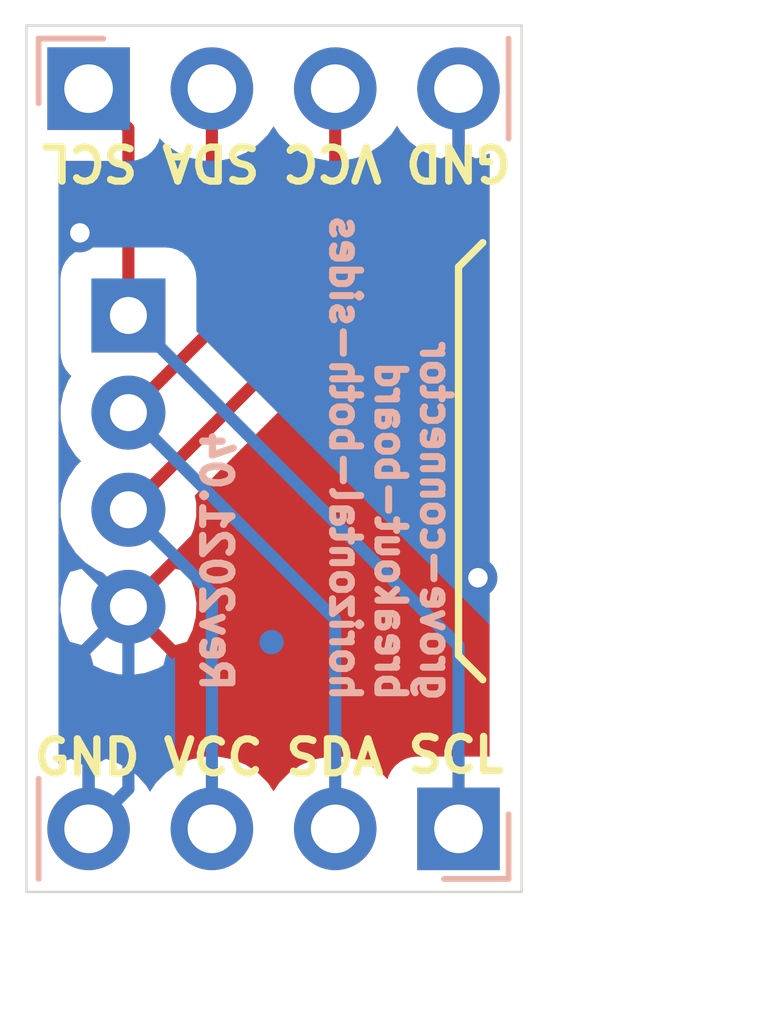
<source format=kicad_pcb>
(kicad_pcb (version 20221018) (generator pcbnew)
  (layers (0 "F.Cu" signal) (31 "B.Cu" signal) (34 "B.Paste" user) (35 "F.Paste" user) (36 "B.SilkS" user "B.Silkscreen") (37 "F.SilkS" user "F.Silkscreen") (38 "B.Mask" user) (39 "F.Mask" user) (44 "Edge.Cuts" user))
  (net 0 "")
  (net 1 "Net-(J1-Pad3)")
  (net 2 "Net-(J1-Pad2)")
  (net 3 "Net-(J1-Pad1)")
  (net 4 "GND")
  (footprint "my-kicad-footprints:NS-Tech_Grove_1x04_P2mm_Horizontal_silk_inside" (layer "F.Cu") (at 117.8 71.6)
    (fp_text reference "J1" hide)
    (fp_text value "Grove-I2C-connector" hide)
    (fp_line (start 6.8 -4) (end 6.8 4) (stroke (width 0.15)) (layer "F.SilkS"))
    (fp_line (start 6.8 4) (end 7.3 4.5) (stroke (width 0.15)) (layer "F.SilkS"))
    (fp_line (start 7.3 -4.5) (end 6.8 -4) (stroke (width 0.15)) (layer "F.SilkS"))
    (pad "1" thru_hole rect (at 0 -3) (size 1.524 1.524) (drill 0.762) (layers "*.Cu" "*.Mask") (net 3 "Net-(J1-Pad1)"))
    (pad "2" thru_hole circle (at 0 -1) (size 1.524 1.524) (drill 0.762) (layers "*.Cu" "*.Mask") (net 2 "Net-(J1-Pad2)"))
    (pad "3" thru_hole circle (at 0 1) (size 1.524 1.524) (drill 0.762) (layers "*.Cu" "*.Mask") (net 1 "Net-(J1-Pad3)"))
    (pad "4" thru_hole circle (at 0 3) (size 1.524 1.524) (drill 0.762) (layers "*.Cu" "*.Mask") (net 4 "GND"))
  )
  (footprint "Fiducial:Fiducial_0.5mm_Mask1mm" (layer "F.Cu") (at 120.7 67.875)
    (fp_text reference "fid1" hide)
    (fp_text value "Fiducial_0.5mm_Mask1mm" hide)
    (pad "" smd circle (at 0 0) (size 0.5 0.5) (layers "F.Cu" "F.Mask") (clearance 0.25))
  )
  (footprint "my-kicad-footprints:PinHeader_1x04_P2.54mm_Vertical_silk_inside" (layer "B.Cu") (at 124.6 79.17 90)
    (fp_text reference "J2" hide)
    (fp_text value "Conn_01x04" hide)
    (fp_line (start -1.03 -8.65) (end 1.03 -8.65) (stroke (width 0.12)) (layer "B.SilkS"))
    (fp_line (start -1.03 -0.3) (end -1.03 1.03) (stroke (width 0.12)) (layer "B.SilkS"))
    (fp_line (start -1.03 1.03) (end 0.3 1.03) (stroke (width 0.12)) (layer "B.SilkS"))
    (pad "1" thru_hole rect (at 0 0 90) (size 1.7 1.7) (drill 1) (layers "*.Cu" "*.Mask") (net 3 "Net-(J1-Pad1)"))
    (pad "2" thru_hole oval (at 0 -2.54 90) (size 1.7 1.7) (drill 1) (layers "*.Cu" "*.Mask") (net 2 "Net-(J1-Pad2)"))
    (pad "3" thru_hole oval (at 0 -5.08 90) (size 1.7 1.7) (drill 1) (layers "*.Cu" "*.Mask") (net 1 "Net-(J1-Pad3)"))
    (pad "4" thru_hole oval (at 0 -7.62 90) (size 1.7 1.7) (drill 1) (layers "*.Cu" "*.Mask") (net 4 "GND"))
  )
  (footprint "my-kicad-footprints:PinHeader_1x04_P2.54mm_Vertical_silk_inside" (layer "B.Cu") (at 116.98 63.93 -90)
    (fp_text reference "J3" hide)
    (fp_text value "Conn_01x04" hide)
    (fp_line (start -1.03 -8.65) (end 1.03 -8.65) (stroke (width 0.12)) (layer "B.SilkS"))
    (fp_line (start -1.03 -0.3) (end -1.03 1.03) (stroke (width 0.12)) (layer "B.SilkS"))
    (fp_line (start -1.03 1.03) (end 0.3 1.03) (stroke (width 0.12)) (layer "B.SilkS"))
    (pad "1" thru_hole rect (at 0 0 270) (size 1.7 1.7) (drill 1) (layers "*.Cu" "*.Mask") (net 3 "Net-(J1-Pad1)"))
    (pad "2" thru_hole oval (at 0 -2.54 270) (size 1.7 1.7) (drill 1) (layers "*.Cu" "*.Mask") (net 2 "Net-(J1-Pad2)"))
    (pad "3" thru_hole oval (at 0 -5.08 270) (size 1.7 1.7) (drill 1) (layers "*.Cu" "*.Mask") (net 1 "Net-(J1-Pad3)"))
    (pad "4" thru_hole oval (at 0 -7.62 270) (size 1.7 1.7) (drill 1) (layers "*.Cu" "*.Mask") (net 4 "GND"))
  )
  (footprint "Fiducial:Fiducial_0.5mm_Mask1mm" (layer "B.Cu") (at 120.75 75.325)
    (fp_text reference "fid2" hide)
    (fp_text value "Fiducial_0.5mm_Mask1mm" hide)
    (pad "" smd circle (at 0 0) (size 0.5 0.5) (layers "B.Cu" "B.Mask") (clearance 0.25))
  )
  (gr_line (start 125.9 62.63) (end 115.7 62.63) (stroke (width 0.05)) (layer "Edge.Cuts"))
  (gr_line (start 125.9 80.47) (end 125.9 62.63) (stroke (width 0.05)) (layer "Edge.Cuts"))
  (gr_line (start 115.7 80.47) (end 125.9 80.47) (stroke (width 0.05)) (layer "Edge.Cuts"))
  (gr_line (start 115.7 62.63) (end 115.7 80.47) (stroke (width 0.05)) (layer "Edge.Cuts"))
  (gr_text "Rev2021.04" (at 119.6 76.4 -90) (layer "B.SilkS") (effects (font (size 0.6 0.6)) (justify left mirror)))
  (gr_text "grove-connector\nbreakout-board\nhorizontal-both-sides" (at 123.2 76.6 270) (layer "B.SilkS") (effects (font (size 0.58 0.58) (thickness 0.145)) (justify left mirror)))
  (gr_text "GND" (at 116.95 77.7) (layer "F.SilkS") (effects (font (size 0.7 0.7))))
  (gr_text "SDA" (at 119.5 65.45 180) (layer "F.SilkS") (effects (font (size 0.7 0.7))))
  (gr_text "SCL" (at 117 65.45 180) (layer "F.SilkS") (effects (font (size 0.7 0.7))))
  (gr_text "VCC" (at 122 65.45 180) (layer "F.SilkS") (effects (font (size 0.7 0.7))))
  (gr_text "GND" (at 124.6 65.45 180) (layer "F.SilkS") (effects (font (size 0.7 0.7))))
  (gr_text "SDA" (at 122.05 77.7) (layer "F.SilkS") (effects (font (size 0.7 0.7))))
  (gr_text "SCL" (at 124.55 77.65) (layer "F.SilkS") (effects (font (size 0.7 0.7))))
  (gr_text "VCC" (at 119.55 77.7) (layer "F.SilkS") (effects (font (size 0.7 0.7))))
  (segment (start 117.8 72.6) (end 122.06 68.34) (width 0.25) (layer "F.Cu") (net 1))
  (segment (start 122.06 65.2) (end 122.06 63.93) (width 0.25) (layer "F.Cu") (net 1))
  (segment (start 122.06 68.34) (end 122.06 65.2) (width 0.25) (layer "F.Cu") (net 1))
  (segment (start 119.52 74.32) (end 119.52 77.9) (width 0.25) (layer "B.Cu") (net 1))
  (segment (start 119.52 77.9) (end 119.52 79.17) (width 0.25) (layer "B.Cu") (net 1))
  (segment (start 117.8 72.6) (end 119.52 74.32) (width 0.25) (layer "B.Cu") (net 1))
  (segment (start 119.52 65.2) (end 119.52 63.93) (width 0.25) (layer "F.Cu") (net 2))
  (segment (start 117.8 70.6) (end 119.52 68.88) (width 0.25) (layer "F.Cu") (net 2))
  (segment (start 119.52 68.88) (end 119.52 65.2) (width 0.25) (layer "F.Cu") (net 2))
  (segment (start 117.8 70.6) (end 122.06 74.86) (width 0.25) (layer "B.Cu") (net 2))
  (segment (start 122.06 77.9) (end 122.06 79.17) (width 0.25) (layer "B.Cu") (net 2))
  (segment (start 122.06 74.86) (end 122.06 77.9) (width 0.25) (layer "B.Cu") (net 2))
  (segment (start 117.8 68.6) (end 117.8 64.75) (width 0.25) (layer "F.Cu") (net 3))
  (segment (start 117.8 64.75) (end 116.98 63.93) (width 0.25) (layer "F.Cu") (net 3))
  (segment (start 117.8 68.6) (end 124.6 75.4) (width 0.25) (layer "B.Cu") (net 3))
  (segment (start 124.6 75.4) (end 124.6 79.17) (width 0.25) (layer "B.Cu") (net 3))
  (segment (start 124.6 67.8) (end 124.6 63.93) (width 0.25) (layer "F.Cu") (net 4))
  (segment (start 117.8 74.6) (end 124.6 67.8) (width 0.25) (layer "F.Cu") (net 4))
  (via (at 125 74) (size 0.8) (drill 0.4) (layers "F.Cu" "B.Cu") (net 4))
  (via (at 116.8 66.9) (size 0.8) (drill 0.4) (layers "F.Cu" "B.Cu") (net 4))
  (segment (start 124.6 65.2) (end 124.6 63.93) (width 0.25) (layer "B.Cu") (net 4))
  (segment (start 124.6 65.2) (end 124.6 73.6) (width 0.25) (layer "B.Cu") (net 4))
  (segment (start 117.8 74.6) (end 117.8 78.35) (width 0.25) (layer "B.Cu") (net 4))
  (segment (start 117.8 78.35) (end 116.98 79.17) (width 0.25) (layer "B.Cu") (net 4))
  (segment (start 124.6 73.6) (end 125 74) (width 0.25) (layer "B.Cu") (net 4))
  (segment (start 124.6 66.9) (end 116.8 66.9) (width 0.25) (layer "B.Cu") (net 4))
  (zone (net 4) (net_name "GND") (layer "F.Cu") (connect_pads (clearance 0.508)) (min_thickness 0.254) (fill yes (thermal_gap 0.508) (thermal_bridge_width 0.508))
    (polygon (pts (xy 125.9 80.45) (xy 115.7 80.45) (xy 115.7 62.63) (xy 125.9 62.63)))
  )
  (zone (net 4) (net_name "GND") (layer "B.Cu") (connect_pads (clearance 0.508)) (min_thickness 0.254) (fill yes (thermal_gap 0.508) (thermal_bridge_width 0.508))
    (polygon (pts (xy 125.95 80.45) (xy 115.75 80.45) (xy 115.7 62.63) (xy 125.9 62.63)))
  )
)
</source>
